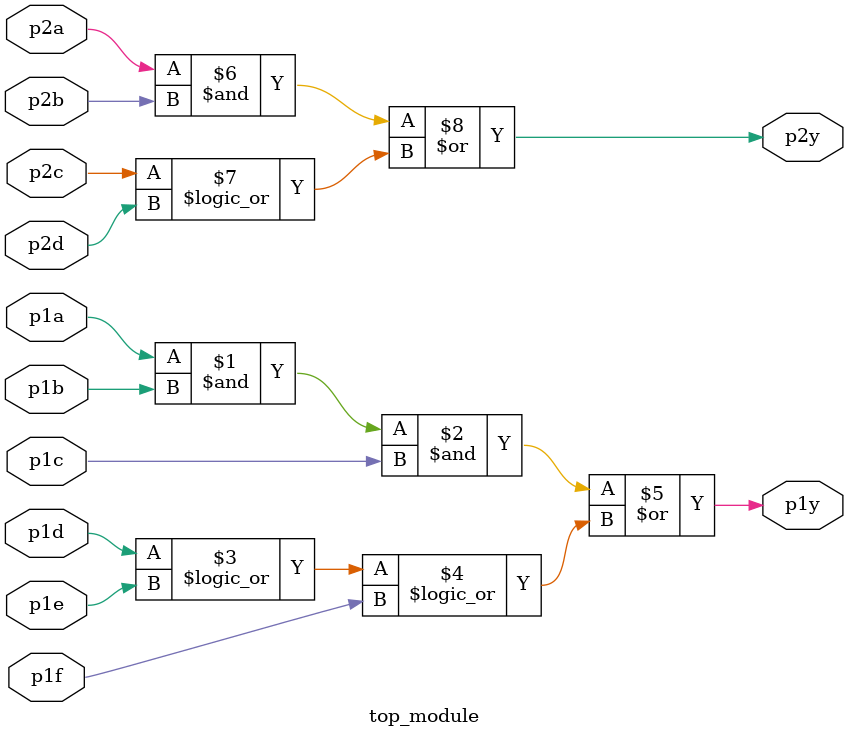
<source format=sv>
module top_module(
	input p1a, 
	input p1b, 
	input p1c, 
	input p1d,
	input p1e,
	input p1f,
	output p1y, 
	input p2a, 
	input p2b, 
	input p2c, 
	input p2d, 
	output p2y
);
	assign p1y = ((p1a & p1b & p1c) | (p1d || p1e || p1f));
	assign p2y = ((p2a & p2b) | (p2c || p2d));
endmodule

</source>
